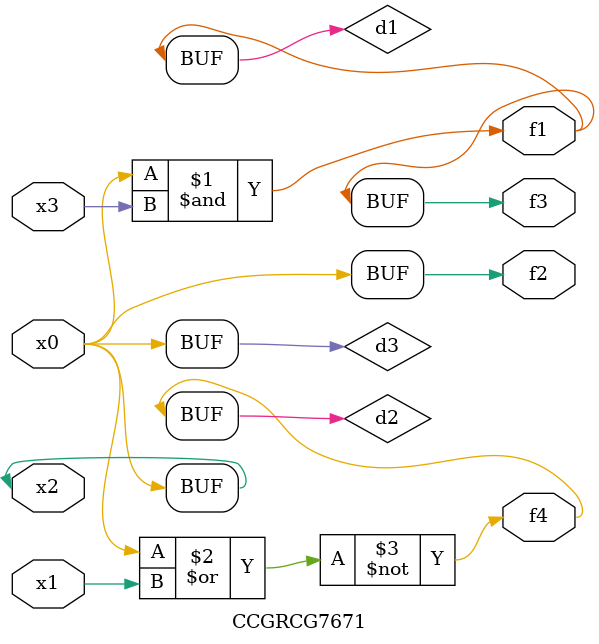
<source format=v>
module CCGRCG7671(
	input x0, x1, x2, x3,
	output f1, f2, f3, f4
);

	wire d1, d2, d3;

	and (d1, x2, x3);
	nor (d2, x0, x1);
	buf (d3, x0, x2);
	assign f1 = d1;
	assign f2 = d3;
	assign f3 = d1;
	assign f4 = d2;
endmodule

</source>
